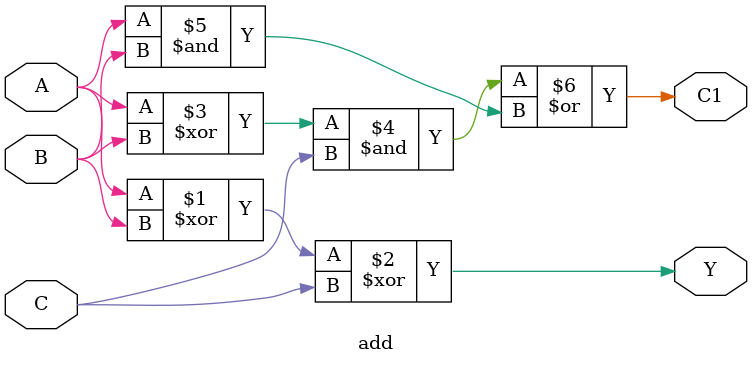
<source format=v>
module add(
    input   A,
    input   B,
    input   C,
    output  Y,
    output  C1
    );
    
    assign Y=A^B^C;
    assign C1=(A^B)&C|A&B;
    
endmodule
</source>
